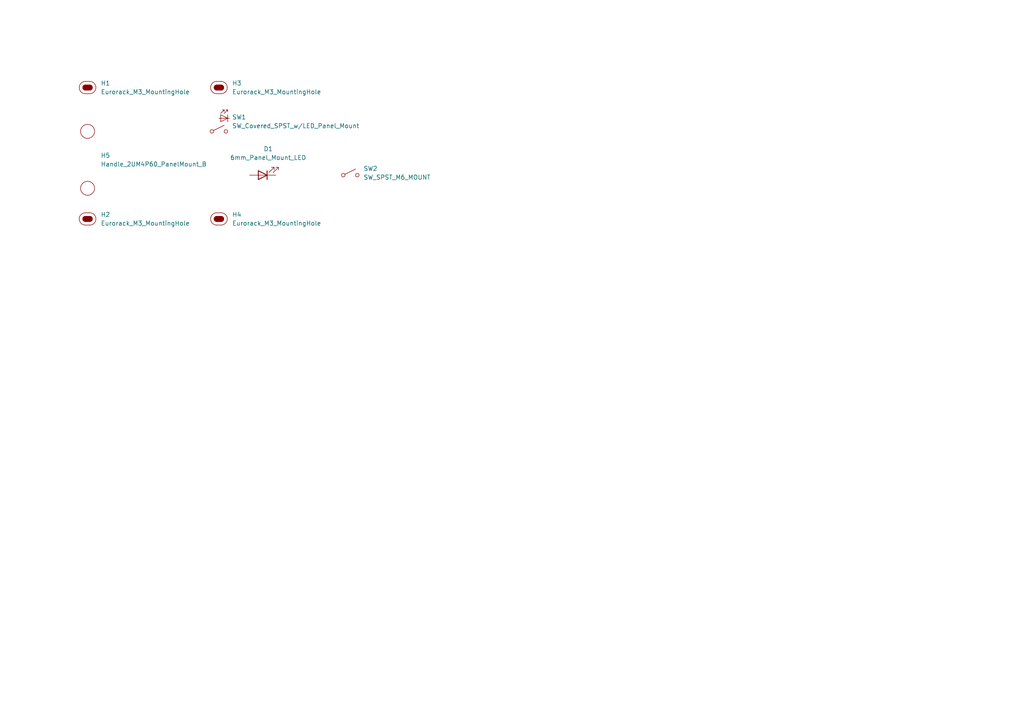
<source format=kicad_sch>
(kicad_sch (version 20250114) (generator "eeschema") (generator_version "9.0")
  (paper "A4")
  (lib_symbols
    (symbol "EXC:6mm_Panel_Mount_LED" (pin_numbers (hide yes)) (pin_names (offset 1.016) (hide yes))
      (property "Reference" "D" (at 0 2.54 0))
      (property "Value" "6mm_Panel_Mount_LED" (at 0 -3.556 0))
      (symbol "6mm_Panel_Mount_LED_0_1"
        (polyline (pts (xy -1.27 1.27) (xy -1.27 -1.27) (xy 1.27 0) (xy -1.27 1.27)) (stroke (width 0.254)))
        (polyline (pts (xy 1.27 1.27) (xy 1.27 -1.27)) (stroke (width 0.254)))
        (polyline (pts (xy 1.27 0) (xy -1.27 0)))
        (polyline (pts (xy 1.778 0.762) (xy 3.302 2.286) (xy 2.54 2.286) (xy 3.302 2.286) (xy 3.302 1.524)))
        (polyline (pts (xy 3.048 0.762) (xy 4.572 2.286) (xy 3.81 2.286) (xy 4.572 2.286) (xy 4.572 1.524)))
      )
      (symbol "6mm_Panel_Mount_LED_1_1"
        (pin passive line (at -3.81 0 0) (length 2.54) (name "A") (number "2"))
        (pin passive line (at 3.81 0 180) (length 2.54) (name "K") (number "1"))
      )
    )
    (symbol "EXC:Eurorack_M3_MountingHole" (pin_names (offset 1.016))
      (property "Reference" "H" (at 0 5.08 0))
      (property "Value" "Eurorack_M3_MountingHole" (at 0 3.175 0))
      (symbol "Eurorack_M3_MountingHole_0_1"
        (polyline (pts (xy -0.635 0.762) (xy 0.635 0.762)))
        (circle (center -0.635 0) (radius 0.762) (fill (type outline)))
        (arc (start -0.635 -0.762) (mid -1.397 0) (end -0.635 0.762))
        (arc (start -0.635 -1.778) (mid -2.413 0) (end -0.635 1.778))
        (polyline (pts (xy -0.635 -0.762) (xy 0.635 -0.762)))
        (polyline (pts (xy -0.635 -1.778) (xy 0.635 -1.778)))
        (circle (center 0 0) (radius 0.762) (fill (type outline)))
        (polyline (pts (xy 0.635 1.778) (xy -0.635 1.778)))
        (arc (start 0.6141 1.778) (mid 2.4131 0) (end 0.6141 -1.778))
        (arc (start 0.6227 0.762) (mid 1.3971 0) (end 0.6227 -0.762))
        (circle (center 0.635 0) (radius 0.762) (fill (type outline)))
      )
    )
    (symbol "EXC:Handle_2UM4P60_B"
      (property "Reference" "H" (at 0 -3.302 0))
      (property "Value" "Handle_2UM4P60_PanelMount_B" (at 0.254 -21.336 0))
      (symbol "Handle_2UM4P60_B_0_1"
        (circle (center 0 0) (radius 2.032))
        (circle (center 0 -16.51) (radius 2.032))
      )
    )
    (symbol "EXC:SW_Covered_SPST_w/LED_Panel_Mount" (pin_names (offset 0) (hide yes))
      (property "Reference" "SW" (at 0 7.366 0))
      (property "Value" "SW_Covered_SPST_w/LED_Panel_Mount" (at 0 -2.54 0))
      (symbol "SW_Covered_SPST_w/LED_Panel_Mount_0_0"
        (circle (center -2.032 0) (radius 0.508))
        (polyline (pts (xy -1.524 0.254) (xy 1.524 1.778)))
        (circle (center 2.032 0) (radius 0.508))
      )
      (symbol "SW_Covered_SPST_w/LED_Panel_Mount_0_1"
        (polyline (pts (xy 0 3.81) (xy 2.54 3.81) (xy 3.048 3.81)))
        (polyline (pts (xy 0.508 5.207) (xy 1.524 6.223) (xy 1.016 6.223)))
        (polyline (pts (xy 0.508 2.794) (xy 0.508 4.826) (xy 2.54 3.81) (xy 0.508 2.794)))
        (polyline (pts (xy 1.524 6.223) (xy 1.524 5.715)))
        (polyline (pts (xy 1.524 5.207) (xy 2.54 6.223) (xy 2.032 6.223)))
        (polyline (pts (xy 2.54 6.223) (xy 2.54 5.715)))
        (polyline (pts (xy 2.54 2.794) (xy 2.54 4.826)))
      )
    )
    (symbol "EXC:SW_SPDT-M6_Panel_Mount" (pin_names (offset 0) (hide yes))
      (property "Reference" "SW" (at 0 3.175 0))
      (property "Value" "SW_SPST_M6_MOUNT" (at 0 -2.032 0))
      (symbol "SW_SPDT-M6_Panel_Mount_0_0"
        (circle (center -2.032 0) (radius 0.508))
        (polyline (pts (xy -1.524 0.254) (xy 1.524 1.778)))
        (circle (center 2.032 0) (radius 0.508))
      )
    )
  )
  (symbol (lib_id "EXC:Handle_2UM4P60_B") (at 25.4 38.1 0) (unit 1)
    (property "Reference" "H5" (at 29.21 45.0849 0) (effects (justify left)))
    (property "Value" "Handle_2UM4P60_PanelMount_B" (at 29.21 47.6249 0) (effects (justify left)))
    (property "Footprint" "EXC:Handle_2UM4P60_B" (effects (hide yes)))
    (property "Datasheet" "https://ae-pic-a1.aliexpress-media.com/kf/Sbae1622782804f9f92841f71c2bff088U.jpg" (effects (hide yes)))
    (property "Description" "The part of the handle that has the holes for the screws' heads" (effects (hide yes)))
    (property "Source" "https://www.aliexpress.com/item/1005007166949940.html" (effects (hide yes)))
  )
  (symbol (lib_id "EXC:Eurorack_M3_MountingHole") (at 25.4 63.5 0) (unit 1)
    (property "Reference" "H2" (at 29.21 62.2299 0) (effects (justify left)))
    (property "Value" "Eurorack_M3_MountingHole" (at 29.21 64.7699 0) (effects (justify left)))
    (property "Footprint" "EXC:MountingHole_3.2mm_M3" (effects (hide yes)))
    (property "Description" "Mounting Hole without connection" (effects (hide yes)))
  )
  (symbol (lib_id "EXC:Eurorack_M3_MountingHole") (at 63.5 63.5 0) (unit 1)
    (property "Reference" "H4" (at 67.31 62.2299 0) (effects (justify left)))
    (property "Value" "Eurorack_M3_MountingHole" (at 67.31 64.7699 0) (effects (justify left)))
    (property "Footprint" "EXC:MountingHole_3.2mm_M3" (effects (hide yes)))
    (property "Description" "Mounting Hole without connection" (effects (hide yes)))
  )
  (symbol (lib_id "EXC:SW_Covered_SPST_w/LED_Panel_Mount") (at 63.5 38.1 0) (unit 1)
    (property "Reference" "SW1" (at 67.31 33.9724 0) (effects (justify left)))
    (property "Value" "SW_Covered_SPST_w/LED_Panel_Mount" (at 67.31 36.5124 0) (effects (justify left)))
    (property "Footprint" "EXC:Illuminated_Toggle_Switch_M12" (effects (hide yes)))
    (property "Datasheet" "https://cdn-shop.adafruit.com/product-files/3219/LEDtoggle_switch_diagram.jpg" (effects (hide yes)))
    (property "Description" "Single Pole Single Throw (SPST) switch" (effects (hide yes)))
    (property "Source" "https://www.adafruit.com/product/3219" (effects (hide yes)))
  )
  (symbol (lib_id "EXC:6mm_Panel_Mount_LED") (at 76.2 50.8 0) (unit 1)
    (property "Reference" "D1" (at 77.7875 43.18 0))
    (property "Value" "6mm_Panel_Mount_LED" (at 77.7875 45.72 0))
    (property "Footprint" "EXC:6mm_Panel_Mount_LED" (effects (hide yes)))
    (property "Description" "Light emitting diode" (effects (hide yes)))
  )
  (symbol (lib_id "EXC:Eurorack_M3_MountingHole") (at 25.4 25.4 0) (unit 1)
    (property "Reference" "H1" (at 29.21 24.1299 0) (effects (justify left)))
    (property "Value" "Eurorack_M3_MountingHole" (at 29.21 26.6699 0) (effects (justify left)))
    (property "Footprint" "EXC:MountingHole_3.2mm_M3" (effects (hide yes)))
    (property "Description" "Mounting Hole without connection" (effects (hide yes)))
  )
  (symbol (lib_id "EXC:SW_SPDT-M6_Panel_Mount") (at 101.6 50.8 0) (unit 1)
    (property "Reference" "SW2" (at 105.41 48.8949 0) (effects (justify left)))
    (property "Value" "SW_SPST_M6_MOUNT" (at 105.41 51.4349 0) (effects (justify left)))
    (property "Footprint" "EXC:SW_SPDT_M6_Panel_Mount" (effects (hide yes)))
    (property "Datasheet" "https://cdn-shop.adafruit.com/product-files/3221/singe_blue_switch_diagram.jpg" (effects (hide yes)))
    (property "Description" "Single Pole Dual-Throw (SPDT) M6 panel-mount switch" (effects (hide yes)))
    (property "Source" "https://www.adafruit.com/product/3221" (effects (hide yes)))
  )
  (symbol (lib_id "EXC:Eurorack_M3_MountingHole") (at 63.5 25.4 0) (unit 1)
    (property "Reference" "H3" (at 67.31 24.1299 0) (effects (justify left)))
    (property "Value" "Eurorack_M3_MountingHole" (at 67.31 26.6699 0) (effects (justify left)))
    (property "Footprint" "EXC:MountingHole_3.2mm_M3" (effects (hide yes)))
    (property "Description" "Mounting Hole without connection" (effects (hide yes)))
  )
)
</source>
